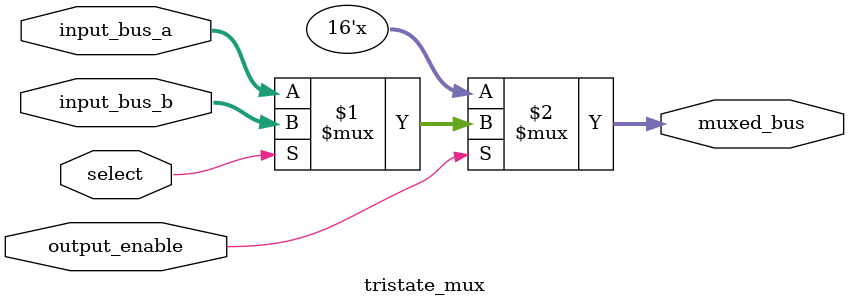
<source format=sv>
module tristate_mux(
    input [15:0] input_bus_a, input_bus_b,
    input select, output_enable,
    output [15:0] muxed_bus
);
    assign muxed_bus = output_enable ? (select ? input_bus_b : input_bus_a) : 16'bz;
endmodule
</source>
